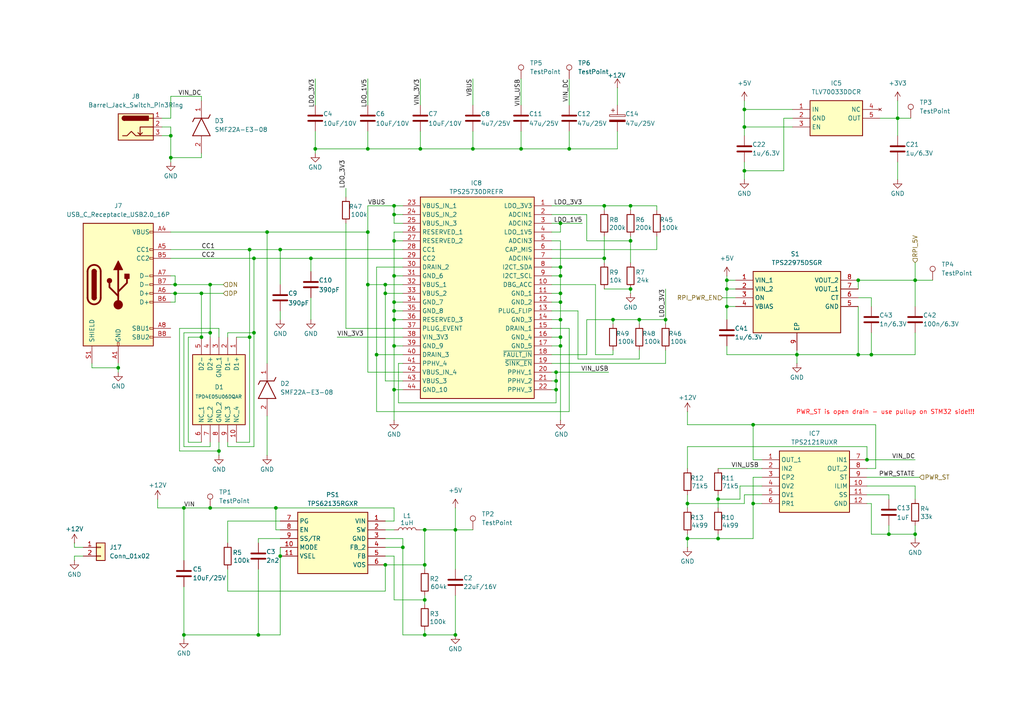
<source format=kicad_sch>
(kicad_sch (version 20250114) (generator "eeschema") (generator_version "9.0")
  (paper "A4")
  (text "PWR_ST is open drain - use pullup on STM32 side!!!" (at 256.794 119.634 0) (effects (font (size 1.27 1.27))))
  (junction (at 162.56 92.71))
  (junction (at 114.3 87.63))
  (junction (at 162.56 87.63))
  (junction (at 50.8 85.09))
  (junction (at 114.3 90.17))
  (junction (at 111.76 85.09))
  (junction (at 162.56 77.47))
  (junction (at 265.43 81.28))
  (junction (at 114.3 92.71))
  (junction (at 60.96 82.55))
  (junction (at 60.96 96.52))
  (junction (at 260.35 34.29))
  (junction (at 251.46 133.35))
  (junction (at 161.29 110.49))
  (junction (at 208.28 144.78))
  (junction (at 111.76 82.55))
  (junction (at 175.26 74.93))
  (junction (at 161.29 113.03))
  (junction (at 248.92 102.87))
  (junction (at 58.42 97.79))
  (junction (at 114.3 113.03))
  (junction (at 257.81 154.94))
  (junction (at 74.93 184.15))
  (junction (at 218.44 123.19))
  (junction (at 199.39 146.05))
  (junction (at 182.88 83.82))
  (junction (at 106.68 82.55))
  (junction (at 114.3 62.23))
  (junction (at 114.3 100.33))
  (junction (at 114.3 59.69))
  (junction (at 162.56 85.09))
  (junction (at 231.14 102.87))
  (junction (at 114.3 69.85))
  (junction (at 182.88 69.85))
  (junction (at 137.16 43.18))
  (junction (at 114.3 80.01))
  (junction (at 215.9 36.83))
  (junction (at 210.82 88.9))
  (junction (at 50.8 82.55))
  (junction (at 218.44 146.05))
  (junction (at 49.53 39.37))
  (junction (at 162.56 97.79))
  (junction (at 162.56 64.77))
  (junction (at 185.42 92.71))
  (junction (at 116.84 158.75))
  (junction (at 60.96 147.32))
  (junction (at 208.28 156.21))
  (junction (at 215.9 31.75))
  (junction (at 210.82 83.82))
  (junction (at 215.9 49.53))
  (junction (at 90.17 74.93))
  (junction (at 132.08 153.67))
  (junction (at 72.39 97.79))
  (junction (at 72.39 72.39))
  (junction (at 248.92 81.28))
  (junction (at 161.29 107.95))
  (junction (at 123.19 184.15))
  (junction (at 177.8 92.71))
  (junction (at 121.92 43.18))
  (junction (at 123.19 163.83))
  (junction (at 106.68 67.31))
  (junction (at 53.34 147.32))
  (junction (at 162.56 100.33))
  (junction (at 162.56 80.01))
  (junction (at 193.04 92.71))
  (junction (at 182.88 59.69))
  (junction (at 111.76 163.83))
  (junction (at 252.73 102.87))
  (junction (at 73.66 74.93))
  (junction (at 165.1 43.18))
  (junction (at 63.5 130.81))
  (junction (at 151.13 43.18))
  (junction (at 81.28 72.39))
  (junction (at 80.01 147.32))
  (junction (at 34.29 106.68))
  (junction (at 91.44 43.18))
  (junction (at 58.42 85.09))
  (junction (at 49.53 45.72))
  (junction (at 123.19 173.99))
  (junction (at 210.82 81.28))
  (junction (at 199.39 156.21))
  (junction (at 265.43 154.94))
  (junction (at 106.68 43.18))
  (junction (at 77.47 67.31))
  (junction (at 81.28 161.29))
  (junction (at 175.26 59.69))
  (junction (at 53.34 184.15))
  (junction (at 109.22 102.87))
  (junction (at 73.66 96.52))
  (junction (at 123.19 153.67))
  (junction (at 132.08 184.15))
  (wire (pts (xy 116.84 80.01) (xy 114.3 80.01)))
  (wire (pts (xy 116.84 105.41) (xy 115.57 105.41)))
  (wire (pts (xy 254 123.19) (xy 254 135.89)))
  (wire (pts (xy 66.04 151.13) (xy 66.04 157.48)))
  (wire (pts (xy 170.18 69.85) (xy 182.88 69.85)))
  (wire (pts (xy 215.9 29.21) (xy 215.9 31.75)))
  (wire (pts (xy 199.39 156.21) (xy 199.39 154.94)))
  (wire (pts (xy 73.66 96.52) (xy 66.04 96.52)))
  (wire (pts (xy 80.01 147.32) (xy 114.3 147.32)))
  (wire (pts (xy 210.82 100.33) (xy 210.82 102.87)))
  (wire (pts (xy 175.26 83.82) (xy 182.88 83.82)))
  (wire (pts (xy 265.43 152.4) (xy 265.43 154.94)))
  (wire (pts (xy 77.47 67.31) (xy 77.47 105.41)))
  (wire (pts (xy 182.88 69.85) (xy 182.88 76.2)))
  (wire (pts (xy 46.99 36.83) (xy 49.53 36.83)))
  (wire (pts (xy 91.44 38.1) (xy 91.44 43.18)))
  (wire (pts (xy 170.18 62.23) (xy 160.02 62.23)))
  (wire (pts (xy 50.8 82.55) (xy 60.96 82.55)))
  (wire (pts (xy 179.07 38.1) (xy 179.07 43.18)))
  (wire (pts (xy 231.14 102.87) (xy 231.14 105.41)))
  (wire (pts (xy 21.59 162.56) (xy 21.59 161.29)))
  (wire (pts (xy 116.84 158.75) (xy 116.84 184.15)))
  (wire (pts (xy 26.67 105.41) (xy 26.67 106.68)))
  (wire (pts (xy 162.56 77.47) (xy 162.56 80.01)))
  (wire (pts (xy 121.92 22.86) (xy 121.92 30.48)))
  (wire (pts (xy 49.53 45.72) (xy 58.42 45.72)))
  (wire (pts (xy 175.26 59.69) (xy 182.88 59.69)))
  (wire (pts (xy 210.82 102.87) (xy 231.14 102.87)))
  (wire (pts (xy 177.8 102.87) (xy 172.72 102.87)))
  (wire (pts (xy 260.35 34.29) (xy 264.16 34.29)))
  (wire (pts (xy 190.5 60.96) (xy 190.5 59.69)))
  (wire (pts (xy 49.53 74.93) (xy 73.66 74.93)))
  (wire (pts (xy 72.39 128.27) (xy 72.39 97.79)))
  (wire (pts (xy 260.35 34.29) (xy 260.35 39.37)))
  (wire (pts (xy 179.07 25.4) (xy 179.07 30.48)))
  (wire (pts (xy 106.68 107.95) (xy 116.84 107.95)))
  (wire (pts (xy 162.56 97.79) (xy 162.56 100.33)))
  (wire (pts (xy 132.08 153.67) (xy 137.16 153.67)))
  (wire (pts (xy 114.3 87.63) (xy 114.3 90.17)))
  (wire (pts (xy 111.76 171.45) (xy 66.04 171.45)))
  (wire (pts (xy 265.43 140.97) (xy 265.43 144.78)))
  (wire (pts (xy 111.76 110.49) (xy 116.84 110.49)))
  (wire (pts (xy 177.8 101.6) (xy 177.8 102.87)))
  (wire (pts (xy 116.84 67.31) (xy 114.3 67.31)))
  (wire (pts (xy 123.19 184.15) (xy 123.19 182.88)))
  (wire (pts (xy 106.68 59.69) (xy 106.68 67.31)))
  (wire (pts (xy 215.9 31.75) (xy 229.87 31.75)))
  (wire (pts (xy 45.72 147.32) (xy 53.34 147.32)))
  (wire (pts (xy 215.9 49.53) (xy 227.33 49.53)))
  (wire (pts (xy 175.26 74.93) (xy 175.26 76.2)))
  (wire (pts (xy 162.56 69.85) (xy 160.02 69.85)))
  (wire (pts (xy 49.53 72.39) (xy 72.39 72.39)))
  (wire (pts (xy 116.84 113.03) (xy 114.3 113.03)))
  (wire (pts (xy 111.76 158.75) (xy 116.84 158.75)))
  (wire (pts (xy 21.59 157.48) (xy 21.59 158.75)))
  (wire (pts (xy 109.22 119.38) (xy 165.1 119.38)))
  (wire (pts (xy 167.64 90.17) (xy 167.64 104.14)))
  (wire (pts (xy 114.3 113.03) (xy 114.3 121.92)))
  (wire (pts (xy 214.63 144.78) (xy 214.63 140.97)))
  (wire (pts (xy 248.92 102.87) (xy 248.92 88.9)))
  (wire (pts (xy 160.02 113.03) (xy 161.29 113.03)))
  (wire (pts (xy 162.56 97.79) (xy 160.02 97.79)))
  (wire (pts (xy 81.28 151.13) (xy 66.04 151.13)))
  (wire (pts (xy 45.72 144.78) (xy 45.72 147.32)))
  (wire (pts (xy 208.28 144.78) (xy 208.28 147.32)))
  (wire (pts (xy 208.28 135.89) (xy 220.98 135.89)))
  (wire (pts (xy 218.44 133.35) (xy 218.44 123.19)))
  (wire (pts (xy 137.16 43.18) (xy 151.13 43.18)))
  (wire (pts (xy 162.56 64.77) (xy 162.56 67.31)))
  (wire (pts (xy 115.57 116.84) (xy 161.29 116.84)))
  (wire (pts (xy 248.92 83.82) (xy 248.92 81.28)))
  (wire (pts (xy 162.56 80.01) (xy 160.02 80.01)))
  (wire (pts (xy 73.66 74.93) (xy 90.17 74.93)))
  (wire (pts (xy 257.81 152.4) (xy 257.81 154.94)))
  (wire (pts (xy 132.08 172.72) (xy 132.08 184.15)))
  (wire (pts (xy 190.5 72.39) (xy 190.5 68.58)))
  (wire (pts (xy 170.18 69.85) (xy 170.18 62.23)))
  (wire (pts (xy 162.56 80.01) (xy 162.56 85.09)))
  (wire (pts (xy 179.07 43.18) (xy 165.1 43.18)))
  (wire (pts (xy 199.39 146.05) (xy 215.9 146.05)))
  (wire (pts (xy 114.3 173.99) (xy 114.3 161.29)))
  (wire (pts (xy 106.68 43.18) (xy 106.68 38.1)))
  (wire (pts (xy 165.1 22.86) (xy 165.1 30.48)))
  (wire (pts (xy 114.3 147.32) (xy 114.3 151.13)))
  (wire (pts (xy 81.28 153.67) (xy 80.01 153.67)))
  (wire (pts (xy 251.46 146.05) (xy 252.73 146.05)))
  (wire (pts (xy 132.08 153.67) (xy 132.08 165.1)))
  (wire (pts (xy 49.53 85.09) (xy 50.8 85.09)))
  (wire (pts (xy 63.5 128.27) (xy 63.5 130.81)))
  (wire (pts (xy 265.43 102.87) (xy 265.43 96.52)))
  (wire (pts (xy 251.46 140.97) (xy 265.43 140.97)))
  (wire (pts (xy 52.07 130.81) (xy 63.5 130.81)))
  (wire (pts (xy 109.22 77.47) (xy 116.84 77.47)))
  (wire (pts (xy 121.92 153.67) (xy 123.19 153.67)))
  (wire (pts (xy 106.68 82.55) (xy 111.76 82.55)))
  (wire (pts (xy 114.3 92.71) (xy 114.3 100.33)))
  (wire (pts (xy 81.28 90.17) (xy 81.28 92.71)))
  (wire (pts (xy 151.13 43.18) (xy 165.1 43.18)))
  (wire (pts (xy 111.76 85.09) (xy 111.76 110.49)))
  (wire (pts (xy 66.04 129.54) (xy 66.04 128.27)))
  (wire (pts (xy 260.35 46.99) (xy 260.35 52.07)))
  (wire (pts (xy 160.02 107.95) (xy 161.29 107.95)))
  (wire (pts (xy 123.19 184.15) (xy 132.08 184.15)))
  (wire (pts (xy 210.82 83.82) (xy 213.36 83.82)))
  (wire (pts (xy 49.53 36.83) (xy 49.53 39.37)))
  (wire (pts (xy 100.33 95.25) (xy 116.84 95.25)))
  (wire (pts (xy 80.01 153.67) (xy 80.01 147.32)))
  (wire (pts (xy 175.26 59.69) (xy 175.26 60.96)))
  (wire (pts (xy 165.1 95.25) (xy 160.02 95.25)))
  (wire (pts (xy 260.35 34.29) (xy 260.35 29.21)))
  (wire (pts (xy 21.59 161.29) (xy 24.13 161.29)))
  (wire (pts (xy 215.9 46.99) (xy 215.9 49.53)))
  (wire (pts (xy 257.81 154.94) (xy 265.43 154.94)))
  (wire (pts (xy 60.96 82.55) (xy 60.96 96.52)))
  (wire (pts (xy 252.73 154.94) (xy 257.81 154.94)))
  (wire (pts (xy 123.19 153.67) (xy 132.08 153.67)))
  (wire (pts (xy 50.8 85.09) (xy 58.42 85.09)))
  (wire (pts (xy 77.47 120.65) (xy 77.47 132.08)))
  (wire (pts (xy 114.3 62.23) (xy 116.84 62.23)))
  (wire (pts (xy 182.88 59.69) (xy 182.88 60.96)))
  (wire (pts (xy 46.99 34.29) (xy 49.53 34.29)))
  (wire (pts (xy 116.84 100.33) (xy 114.3 100.33)))
  (wire (pts (xy 106.68 43.18) (xy 121.92 43.18)))
  (wire (pts (xy 49.53 34.29) (xy 49.53 27.94)))
  (wire (pts (xy 74.93 157.48) (xy 74.93 156.21)))
  (wire (pts (xy 91.44 22.86) (xy 91.44 30.48)))
  (wire (pts (xy 209.55 86.36) (xy 213.36 86.36)))
  (wire (pts (xy 111.76 156.21) (xy 116.84 156.21)))
  (wire (pts (xy 172.72 102.87) (xy 172.72 82.55)))
  (wire (pts (xy 49.53 39.37) (xy 49.53 45.72)))
  (wire (pts (xy 162.56 100.33) (xy 160.02 100.33)))
  (wire (pts (xy 199.39 129.54) (xy 199.39 135.89)))
  (wire (pts (xy 46.99 39.37) (xy 49.53 39.37)))
  (wire (pts (xy 170.18 102.87) (xy 170.18 92.71)))
  (wire (pts (xy 114.3 59.69) (xy 114.3 62.23)))
  (wire (pts (xy 106.68 82.55) (xy 106.68 107.95)))
  (wire (pts (xy 175.26 68.58) (xy 175.26 74.93)))
  (wire (pts (xy 58.42 44.45) (xy 58.42 45.72)))
  (wire (pts (xy 210.82 88.9) (xy 210.82 83.82)))
  (wire (pts (xy 111.76 163.83) (xy 111.76 171.45)))
  (wire (pts (xy 215.9 39.37) (xy 215.9 36.83)))
  (wire (pts (xy 73.66 96.52) (xy 73.66 129.54)))
  (wire (pts (xy 168.91 64.77) (xy 162.56 64.77)))
  (wire (pts (xy 81.28 158.75) (xy 81.28 161.29)))
  (wire (pts (xy 165.1 95.25) (xy 165.1 119.38)))
  (wire (pts (xy 160.02 90.17) (xy 167.64 90.17)))
  (wire (pts (xy 114.3 62.23) (xy 114.3 64.77)))
  (wire (pts (xy 111.76 85.09) (xy 116.84 85.09)))
  (wire (pts (xy 90.17 86.36) (xy 90.17 92.71)))
  (wire (pts (xy 151.13 43.18) (xy 151.13 38.1)))
  (wire (pts (xy 60.96 82.55) (xy 64.77 82.55)))
  (wire (pts (xy 199.39 119.38) (xy 199.39 123.19)))
  (wire (pts (xy 58.42 97.79) (xy 54.61 97.79)))
  (wire (pts (xy 160.02 59.69) (xy 175.26 59.69)))
  (wire (pts (xy 162.56 85.09) (xy 162.56 87.63)))
  (wire (pts (xy 208.28 156.21) (xy 208.28 154.94)))
  (wire (pts (xy 193.04 83.82) (xy 193.04 92.71)))
  (wire (pts (xy 68.58 128.27) (xy 72.39 128.27)))
  (wire (pts (xy 199.39 156.21) (xy 208.28 156.21)))
  (wire (pts (xy 199.39 123.19) (xy 218.44 123.19)))
  (wire (pts (xy 26.67 106.68) (xy 34.29 106.68)))
  (wire (pts (xy 63.5 95.25) (xy 52.07 95.25)))
  (wire (pts (xy 137.16 38.1) (xy 137.16 43.18)))
  (wire (pts (xy 151.13 22.86) (xy 151.13 30.48)))
  (wire (pts (xy 50.8 80.01) (xy 50.8 82.55)))
  (wire (pts (xy 182.88 85.09) (xy 182.88 83.82)))
  (wire (pts (xy 251.46 133.35) (xy 265.43 133.35)))
  (wire (pts (xy 265.43 81.28) (xy 270.51 81.28)))
  (wire (pts (xy 177.8 93.98) (xy 177.8 92.71)))
  (wire (pts (xy 227.33 34.29) (xy 229.87 34.29)))
  (wire (pts (xy 115.57 105.41) (xy 115.57 116.84)))
  (wire (pts (xy 231.14 102.87) (xy 248.92 102.87)))
  (wire (pts (xy 210.82 80.01) (xy 210.82 81.28)))
  (wire (pts (xy 77.47 67.31) (xy 106.68 67.31)))
  (wire (pts (xy 210.82 81.28) (xy 213.36 81.28)))
  (wire (pts (xy 66.04 96.52) (xy 66.04 97.79)))
  (wire (pts (xy 58.42 85.09) (xy 64.77 85.09)))
  (wire (pts (xy 137.16 22.86) (xy 137.16 30.48)))
  (wire (pts (xy 210.82 88.9) (xy 210.82 92.71)))
  (wire (pts (xy 218.44 156.21) (xy 218.44 146.05)))
  (wire (pts (xy 162.56 92.71) (xy 160.02 92.71)))
  (wire (pts (xy 60.96 96.52) (xy 60.96 97.79)))
  (wire (pts (xy 97.79 97.79) (xy 116.84 97.79)))
  (wire (pts (xy 162.56 77.47) (xy 160.02 77.47)))
  (wire (pts (xy 160.02 110.49) (xy 161.29 110.49)))
  (wire (pts (xy 58.42 85.09) (xy 58.42 97.79)))
  (wire (pts (xy 248.92 86.36) (xy 252.73 86.36)))
  (wire (pts (xy 116.84 156.21) (xy 116.84 158.75)))
  (wire (pts (xy 60.96 129.54) (xy 53.34 129.54)))
  (wire (pts (xy 220.98 143.51) (xy 215.9 143.51)))
  (wire (pts (xy 123.19 173.99) (xy 123.19 175.26)))
  (wire (pts (xy 100.33 64.77) (xy 100.33 95.25)))
  (wire (pts (xy 111.76 82.55) (xy 111.76 85.09)))
  (wire (pts (xy 52.07 95.25) (xy 52.07 130.81)))
  (wire (pts (xy 49.53 80.01) (xy 50.8 80.01)))
  (wire (pts (xy 121.92 43.18) (xy 121.92 38.1)))
  (wire (pts (xy 251.46 133.35) (xy 251.46 129.54)))
  (wire (pts (xy 72.39 72.39) (xy 72.39 97.79)))
  (wire (pts (xy 53.34 162.56) (xy 53.34 147.32)))
  (wire (pts (xy 190.5 59.69) (xy 182.88 59.69)))
  (wire (pts (xy 172.72 82.55) (xy 160.02 82.55)))
  (wire (pts (xy 162.56 67.31) (xy 160.02 67.31)))
  (wire (pts (xy 106.68 67.31) (xy 106.68 82.55)))
  (wire (pts (xy 215.9 36.83) (xy 229.87 36.83)))
  (wire (pts (xy 111.76 82.55) (xy 116.84 82.55)))
  (wire (pts (xy 252.73 146.05) (xy 252.73 154.94)))
  (wire (pts (xy 215.9 36.83) (xy 215.9 31.75)))
  (wire (pts (xy 161.29 116.84) (xy 161.29 113.03)))
  (wire (pts (xy 248.92 81.28) (xy 265.43 81.28)))
  (wire (pts (xy 49.53 45.72) (xy 49.53 46.99)))
  (wire (pts (xy 231.14 102.87) (xy 231.14 101.6)))
  (wire (pts (xy 160.02 102.87) (xy 170.18 102.87)))
  (wire (pts (xy 251.46 143.51) (xy 257.81 143.51)))
  (wire (pts (xy 170.18 92.71) (xy 177.8 92.71)))
  (wire (pts (xy 114.3 90.17) (xy 114.3 92.71)))
  (wire (pts (xy 252.73 102.87) (xy 265.43 102.87)))
  (wire (pts (xy 100.33 54.61) (xy 100.33 57.15)))
  (wire (pts (xy 73.66 74.93) (xy 73.66 96.52)))
  (wire (pts (xy 123.19 153.67) (xy 123.19 163.83)))
  (wire (pts (xy 49.53 27.94) (xy 58.42 27.94)))
  (wire (pts (xy 90.17 74.93) (xy 116.84 74.93)))
  (wire (pts (xy 123.19 172.72) (xy 123.19 173.99)))
  (wire (pts (xy 116.84 59.69) (xy 114.3 59.69)))
  (wire (pts (xy 116.84 102.87) (xy 109.22 102.87)))
  (wire (pts (xy 109.22 102.87) (xy 109.22 119.38)))
  (wire (pts (xy 114.3 161.29) (xy 111.76 161.29)))
  (wire (pts (xy 220.98 133.35) (xy 218.44 133.35)))
  (wire (pts (xy 116.84 69.85) (xy 114.3 69.85)))
  (wire (pts (xy 91.44 43.18) (xy 91.44 44.45)))
  (wire (pts (xy 53.34 185.42) (xy 53.34 184.15)))
  (wire (pts (xy 50.8 87.63) (xy 49.53 87.63)))
  (wire (pts (xy 227.33 49.53) (xy 227.33 34.29)))
  (wire (pts (xy 185.42 92.71) (xy 193.04 92.71)))
  (wire (pts (xy 220.98 138.43) (xy 218.44 138.43)))
  (wire (pts (xy 248.92 102.87) (xy 252.73 102.87)))
  (wire (pts (xy 160.02 72.39) (xy 190.5 72.39)))
  (wire (pts (xy 34.29 106.68) (xy 34.29 107.95)))
  (wire (pts (xy 210.82 88.9) (xy 213.36 88.9)))
  (wire (pts (xy 265.43 81.28) (xy 265.43 76.2)))
  (wire (pts (xy 34.29 105.41) (xy 34.29 106.68)))
  (wire (pts (xy 162.56 69.85) (xy 162.56 77.47)))
  (wire (pts (xy 63.5 97.79) (xy 63.5 95.25)))
  (wire (pts (xy 199.39 146.05) (xy 199.39 147.32)))
  (wire (pts (xy 114.3 80.01) (xy 114.3 87.63)))
  (wire (pts (xy 257.81 143.51) (xy 257.81 144.78)))
  (wire (pts (xy 60.96 147.32) (xy 80.01 147.32)))
  (wire (pts (xy 255.27 34.29) (xy 260.35 34.29)))
  (wire (pts (xy 252.73 86.36) (xy 252.73 88.9)))
  (wire (pts (xy 251.46 129.54) (xy 199.39 129.54)))
  (wire (pts (xy 114.3 59.69) (xy 106.68 59.69)))
  (wire (pts (xy 162.56 92.71) (xy 162.56 97.79)))
  (wire (pts (xy 66.04 171.45) (xy 66.04 165.1)))
  (wire (pts (xy 208.28 143.51) (xy 208.28 144.78)))
  (wire (pts (xy 137.16 43.18) (xy 121.92 43.18)))
  (wire (pts (xy 116.84 92.71) (xy 114.3 92.71)))
  (wire (pts (xy 265.43 81.28) (xy 265.43 88.9)))
  (wire (pts (xy 53.34 129.54) (xy 53.34 96.52)))
  (wire (pts (xy 193.04 105.41) (xy 193.04 101.6)))
  (wire (pts (xy 208.28 156.21) (xy 218.44 156.21)))
  (wire (pts (xy 161.29 107.95) (xy 161.29 110.49)))
  (wire (pts (xy 161.29 110.49) (xy 161.29 113.03)))
  (wire (pts (xy 162.56 100.33) (xy 162.56 121.92)))
  (wire (pts (xy 106.68 22.86) (xy 106.68 30.48)))
  (wire (pts (xy 114.3 173.99) (xy 123.19 173.99)))
  (wire (pts (xy 114.3 67.31) (xy 114.3 69.85)))
  (wire (pts (xy 210.82 83.82) (xy 210.82 81.28)))
  (wire (pts (xy 60.96 128.27) (xy 60.96 129.54)))
  (wire (pts (xy 54.61 128.27) (xy 58.42 128.27)))
  (wire (pts (xy 199.39 143.51) (xy 199.39 146.05)))
  (wire (pts (xy 165.1 43.18) (xy 165.1 38.1)))
  (wire (pts (xy 218.44 123.19) (xy 254 123.19)))
  (wire (pts (xy 254 135.89) (xy 251.46 135.89)))
  (wire (pts (xy 90.17 74.93) (xy 90.17 78.74)))
  (wire (pts (xy 177.8 92.71) (xy 185.42 92.71)))
  (wire (pts (xy 265.43 154.94) (xy 265.43 156.21)))
  (wire (pts (xy 114.3 151.13) (xy 111.76 151.13)))
  (wire (pts (xy 218.44 146.05) (xy 220.98 146.05)))
  (wire (pts (xy 160.02 105.41) (xy 193.04 105.41)))
  (wire (pts (xy 114.3 69.85) (xy 114.3 80.01)))
  (wire (pts (xy 182.88 68.58) (xy 182.88 69.85)))
  (wire (pts (xy 63.5 130.81) (xy 63.5 132.08)))
  (wire (pts (xy 116.84 87.63) (xy 114.3 87.63)))
  (wire (pts (xy 74.93 156.21) (xy 81.28 156.21)))
  (wire (pts (xy 109.22 102.87) (xy 109.22 77.47)))
  (wire (pts (xy 72.39 72.39) (xy 81.28 72.39)))
  (wire (pts (xy 53.34 147.32) (xy 60.96 147.32)))
  (wire (pts (xy 214.63 140.97) (xy 220.98 140.97)))
  (wire (pts (xy 116.84 90.17) (xy 114.3 90.17)))
  (wire (pts (xy 123.19 163.83) (xy 123.19 165.1)))
  (wire (pts (xy 162.56 87.63) (xy 162.56 92.71)))
  (wire (pts (xy 53.34 170.18) (xy 53.34 184.15)))
  (wire (pts (xy 252.73 96.52) (xy 252.73 102.87)))
  (wire (pts (xy 185.42 104.14) (xy 185.42 101.6)))
  (wire (pts (xy 199.39 156.21) (xy 199.39 158.75)))
  (wire (pts (xy 215.9 49.53) (xy 215.9 52.07)))
  (wire (pts (xy 54.61 97.79) (xy 54.61 128.27)))
  (wire (pts (xy 81.28 72.39) (xy 116.84 72.39)))
  (wire (pts (xy 72.39 97.79) (xy 68.58 97.79)))
  (wire (pts (xy 193.04 92.71) (xy 193.04 93.98)))
  (wire (pts (xy 53.34 96.52) (xy 60.96 96.52)))
  (wire (pts (xy 114.3 100.33) (xy 114.3 113.03)))
  (wire (pts (xy 81.28 72.39) (xy 81.28 82.55)))
  (wire (pts (xy 73.66 129.54) (xy 66.04 129.54)))
  (wire (pts (xy 116.84 184.15) (xy 123.19 184.15)))
  (wire (pts (xy 50.8 82.55) (xy 49.53 82.55)))
  (wire (pts (xy 114.3 153.67) (xy 111.76 153.67)))
  (wire (pts (xy 49.53 67.31) (xy 77.47 67.31)))
  (wire (pts (xy 162.56 87.63) (xy 160.02 87.63)))
  (wire (pts (xy 208.28 144.78) (xy 214.63 144.78)))
  (wire (pts (xy 50.8 85.09) (xy 50.8 87.63)))
  (wire (pts (xy 116.84 64.77) (xy 114.3 64.77)))
  (wire (pts (xy 160.02 85.09) (xy 162.56 85.09)))
  (wire (pts (xy 74.93 165.1) (xy 74.93 184.15)))
  (wire (pts (xy 251.46 138.43) (xy 266.7 138.43)))
  (wire (pts (xy 58.42 29.21) (xy 58.42 27.94)))
  (wire (pts (xy 161.29 107.95) (xy 176.53 107.95)))
  (wire (pts (xy 167.64 104.14) (xy 185.42 104.14)))
  (wire (pts (xy 185.42 93.98) (xy 185.42 92.71)))
  (wire (pts (xy 21.59 158.75) (xy 24.13 158.75)))
  (wire (pts (xy 160.02 74.93) (xy 175.26 74.93)))
  (wire (pts (xy 74.93 184.15) (xy 81.28 184.15)))
  (wire (pts (xy 123.19 163.83) (xy 111.76 163.83)))
  (wire (pts (xy 132.08 147.32) (xy 132.08 153.67)))
  (wire (pts (xy 53.34 184.15) (xy 74.93 184.15)))
  (wire (pts (xy 218.44 138.43) (xy 218.44 146.05)))
  (wire (pts (xy 162.56 64.77) (xy 160.02 64.77)))
  (wire (pts (xy 81.28 161.29) (xy 81.28 184.15)))
  (wire (pts (xy 215.9 143.51) (xy 215.9 146.05)))
  (wire (pts (xy 91.44 43.18) (xy 106.68 43.18)))
  (label "LDO_3V3" (at 91.44 22.86 270))
  (label "CC1" (at 58.42 72.39 0))
  (label "VIN" (at 53.34 147.32 0))
  (label "VBUS" (at 106.68 59.69 0))
  (label "VIN_DC" (at 58.42 27.94 180))
  (label "LDO_3V3" (at 168.91 59.69 180))
  (label "VIN_USB" (at 151.13 22.86 270))
  (label "VIN_DC" (at 165.1 22.86 270))
  (label "LDO_3V3" (at 100.33 54.61 90))
  (label "LDO_1V5" (at 168.91 64.77 180))
  (label "PWR_STATE" (at 265.43 138.43 180))
  (label "VIN_3V3" (at 97.79 97.79 0))
  (label "VIN_USB" (at 176.53 107.95 180))
  (label "VIN_DC" (at 265.43 133.35 180))
  (label "LDO_3V3" (at 193.04 83.82 270))
  (label "CC2" (at 58.42 74.93 0))
  (label "VIN_USB" (at 212.09 135.89 0))
  (label "VBUS" (at 137.16 22.86 270))
  (label "LDO_1V5" (at 106.68 22.86 270))
  (label "VIN_3V3" (at 121.92 22.86 270))
  (hierarchical_label "RPI_PWR_EN" (shape input) (at 209.55 86.36 180))
  (hierarchical_label "DP" (shape input) (at 64.77 85.09 0))
  (hierarchical_label "PWR_ST" (shape input) (at 266.7 138.43 0))
  (hierarchical_label "RPI_5V" (shape input) (at 265.43 76.2 90))
  (hierarchical_label "DN" (shape input) (at 64.77 82.55 0))
  (symbol (lib_id "Device:R") (at 199.39 151.13 180) (unit 1)
    (property "Reference" "R13" (at 202.184 150.114 0))
    (property "Value" "4k99" (at 202.946 152.4 0))
    (property "Footprint" "Resistor_SMD:R_0402_1005Metric" (effects (hide yes)))
    (property "Description" "Resistor" (effects (hide yes)))
  )
  (symbol (lib_id "power:+5V") (at 215.9 29.21 0) (mirror y) (unit 1)
    (property "Reference" "#PWR028" (effects (hide yes)))
    (property "Value" "+5V" (at 215.9 24.13 0))
    (property "Description" "Power symbol creates a global label with name \"+5V\"" (effects (hide yes)))
  )
  (symbol (lib_id "power:+5V") (at 210.82 80.01 0) (mirror y) (unit 1)
    (property "Reference" "#PWR054" (effects (hide yes)))
    (property "Value" "+5V" (at 210.82 74.93 0))
    (property "Description" "Power symbol creates a global label with name \"+5V\"" (effects (hide yes)))
  )
  (symbol (lib_id "Device:L") (at 118.11 153.67 90) (unit 1)
    (property "Reference" "L1" (at 116.84 149.606 90) (effects (justify right)))
    (property "Value" "1uH" (at 116.078 151.638 90) (effects (justify right)))
    (property "Footprint" "Inductor_SMD:L_Coilcraft_XAL4020-XXX" (effects (hide yes)))
    (property "Description" "Inductor" (effects (hide yes)))
  )
  (symbol (lib_id "power:GND") (at 265.43 156.21 0) (unit 1)
    (property "Reference" "#PWR07" (effects (hide yes)))
    (property "Value" "GND" (at 265.43 160.274 0))
    (property "Description" "Power symbol creates a global label with name \"GND\" , ground" (effects (hide yes)))
  )
  (symbol (lib_id "SamacSys_Parts:SMF22A-E3-08") (at 58.42 29.21 270) (unit 1)
    (property "Reference" "D3" (at 62.23 35.0519 90) (effects (justify left)))
    (property "Value" "SMF22A-E3-08" (at 62.23 37.5919 90) (effects (justify left)))
    (property "Footprint" "SODFL3718X108N" (effects (hide yes)))
    (property "Datasheet" "http://www.vishay.com/docs/85881/smf5v0atosmf58a.pdf" (effects (hide yes)))
    (property "Description" "ESD Suppressor TVS 22V 2-Pin SMF T/R" (effects (hide yes)))
    (property "Height" "1.08" (effects (hide yes)))
    (property "Mouser Part Number" "78-SMF22A-E3-08" (effects (hide yes)))
    (property "Mouser Price/Stock" "https://www.mouser.co.uk/ProductDetail/Vishay-Semiconductors/SMF22A-E3-08?qs=EyVtPm1F4ik2L4eggsFOfg%3D%3D" (effects (hide yes)))
    (property "Manufacturer_Name" "Vishay" (effects (hide yes)))
    (property "Manufacturer_Part_Number" "SMF22A-E3-08" (effects (hide yes)))
  )
  (symbol (lib_id "Device:C") (at 165.1 34.29 0) (unit 1)
    (property "Reference" "C12" (at 167.386 33.02 0) (effects (justify left)))
    (property "Value" "47u/25V" (at 167.386 35.814 0) (effects (justify left)))
    (property "Footprint" "Capacitor_SMD:C_1206_3216Metric" (effects (hide yes)))
    (property "Description" "Unpolarized capacitor" (effects (hide yes)))
  )
  (symbol (lib_id "power:GND") (at 77.47 132.08 0) (unit 1)
    (property "Reference" "#PWR019" (effects (hide yes)))
    (property "Value" "GND" (at 77.47 136.144 0))
    (property "Description" "Power symbol creates a global label with name \"GND\" , ground" (effects (hide yes)))
  )
  (symbol (lib_id "SamacSys_Parts:SMF22A-E3-08") (at 77.47 105.41 270) (unit 1)
    (property "Reference" "D2" (at 81.28 111.2519 90) (effects (justify left)))
    (property "Value" "SMF22A-E3-08" (at 81.28 113.7919 90) (effects (justify left)))
    (property "Footprint" "SODFL3718X108N" (effects (hide yes)))
    (property "Datasheet" "http://www.vishay.com/docs/85881/smf5v0atosmf58a.pdf" (effects (hide yes)))
    (property "Description" "ESD Suppressor TVS 22V 2-Pin SMF T/R" (effects (hide yes)))
    (property "Height" "1.08" (effects (hide yes)))
    (property "Mouser Part Number" "78-SMF22A-E3-08" (effects (hide yes)))
    (property "Mouser Price/Stock" "https://www.mouser.co.uk/ProductDetail/Vishay-Semiconductors/SMF22A-E3-08?qs=EyVtPm1F4ik2L4eggsFOfg%3D%3D" (effects (hide yes)))
    (property "Manufacturer_Name" "Vishay" (effects (hide yes)))
    (property "Manufacturer_Part_Number" "SMF22A-E3-08" (effects (hide yes)))
  )
  (symbol (lib_id "power:GND") (at 199.39 158.75 0) (unit 1)
    (property "Reference" "#PWR021" (effects (hide yes)))
    (property "Value" "GND" (at 199.39 162.814 0))
    (property "Description" "Power symbol creates a global label with name \"GND\" , ground" (effects (hide yes)))
  )
  (symbol (lib_id "Connector:TestPoint") (at 270.51 81.28 0) (unit 1)
    (property "Reference" "TP4" (at 273.05 76.7079 0) (effects (justify left)))
    (property "Value" "TestPoint" (at 273.05 79.2479 0) (effects (justify left)))
    (property "Footprint" "TestPoint:TestPoint_Pad_D1.5mm" (effects (hide yes)))
    (property "Description" "test point" (effects (hide yes)))
  )
  (symbol (lib_id "Device:C") (at 90.17 82.55 0) (unit 1)
    (property "Reference" "C10" (at 92.456 81.28 0) (effects (justify left)))
    (property "Value" "390pF" (at 92.456 84.074 0) (effects (justify left)))
    (property "Footprint" "Capacitor_SMD:C_0402_1005Metric" (effects (hide yes)))
    (property "Description" "Unpolarized capacitor" (effects (hide yes)))
  )
  (symbol (lib_id "power:GND") (at 91.44 44.45 0) (unit 1)
    (property "Reference" "#PWR015" (effects (hide yes)))
    (property "Value" "GND" (at 91.44 48.514 0))
    (property "Description" "Power symbol creates a global label with name \"GND\" , ground" (effects (hide yes)))
  )
  (symbol (lib_id "Device:C") (at 121.92 34.29 0) (unit 1)
    (property "Reference" "C7" (at 124.206 33.02 0) (effects (justify left)))
    (property "Value" "10uF/10V" (at 124.206 35.814 0) (effects (justify left)))
    (property "Footprint" "Capacitor_SMD:C_0402_1005Metric" (effects (hide yes)))
    (property "Description" "Unpolarized capacitor" (effects (hide yes)))
  )
  (symbol (lib_id "Device:C_Polarized") (at 179.07 34.29 0) (unit 1)
    (property "Reference" "C14" (at 181.356 33.02 0) (effects (justify left)))
    (property "Value" "47u/25V" (at 181.356 35.814 0) (effects (justify left)))
    (property "Footprint" "Capacitor_Tantalum_SMD:CP_EIA-7343-15_Kemet-W" (effects (hide yes)))
    (property "Description" "Polarized capacitor" (effects (hide yes)))
  )
  (symbol (lib_id "Device:R") (at 182.88 80.01 180) (unit 1)
    (property "Reference" "R7" (at 185.674 78.994 0))
    (property "Value" "24k" (at 186.436 81.28 0))
    (property "Footprint" "Resistor_SMD:R_0402_1005Metric" (effects (hide yes)))
    (property "Description" "Resistor" (effects (hide yes)))
  )
  (symbol (lib_id "Connector:TestPoint") (at 60.96 147.32 0) (unit 1)
    (property "Reference" "TP1" (at 63.5 142.7479 0) (effects (justify left)))
    (property "Value" "TestPoint" (at 63.5 145.2879 0) (effects (justify left)))
    (property "Footprint" "TestPoint:TestPoint_Pad_D1.5mm" (effects (hide yes)))
    (property "Description" "test point" (effects (hide yes)))
  )
  (symbol (lib_id "Device:C") (at 132.08 168.91 0) (unit 1)
    (property "Reference" "C2" (at 134.366 167.64 0) (effects (justify left)))
    (property "Value" "22uF/16V" (at 134.366 170.18 0) (effects (justify left)))
    (property "Footprint" "Capacitor_SMD:C_0805_2012Metric" (effects (hide yes)))
    (property "Description" "Unpolarized capacitor" (effects (hide yes)))
  )
  (symbol (lib_id "Device:C") (at 265.43 92.71 0) (unit 1)
    (property "Reference" "C42" (at 267.716 91.44 0) (effects (justify left)))
    (property "Value" "100n/6.3V" (at 267.716 93.98 0) (effects (justify left)))
    (property "Footprint" "Capacitor_SMD:C_0402_1005Metric" (effects (hide yes)))
    (property "Description" "Unpolarized capacitor" (effects (hide yes)))
  )
  (symbol (lib_id "Device:R") (at 185.42 97.79 180) (unit 1)
    (property "Reference" "R48" (at 188.214 96.774 0))
    (property "Value" "100k" (at 189.23 99.06 0))
    (property "Footprint" "Resistor_SMD:R_0402_1005Metric" (effects (hide yes)))
    (property "Description" "Resistor" (effects (hide yes)))
  )
  (symbol (lib_id "power:GND") (at 21.59 162.56 0) (mirror y) (unit 1)
    (property "Reference" "#PWR083" (effects (hide yes)))
    (property "Value" "GND" (at 21.59 166.624 0))
    (property "Description" "Power symbol creates a global label with name \"GND\" , ground" (effects (hide yes)))
  )
  (symbol (lib_id "power:GND") (at 49.53 46.99 0) (mirror y) (unit 1)
    (property "Reference" "#PWR013" (effects (hide yes)))
    (property "Value" "GND" (at 49.53 51.054 0))
    (property "Description" "Power symbol creates a global label with name \"GND\" , ground" (effects (hide yes)))
  )
  (symbol (lib_id "power:GND") (at 53.34 185.42 0) (mirror y) (unit 1)
    (property "Reference" "#PWR08" (effects (hide yes)))
    (property "Value" "GND" (at 53.34 189.484 0))
    (property "Description" "Power symbol creates a global label with name \"GND\" , ground" (effects (hide yes)))
  )
  (symbol (lib_id "power:GND") (at 81.28 92.71 0) (unit 1)
    (property "Reference" "#PWR016" (effects (hide yes)))
    (property "Value" "GND" (at 81.28 96.774 0))
    (property "Description" "Power symbol creates a global label with name \"GND\" , ground" (effects (hide yes)))
  )
  (symbol (lib_id "Connector:USB_C_Receptacle_USB2.0_16P") (at 34.29 82.55 0) (unit 1)
    (property "Reference" "J7" (at 34.29 59.69 0))
    (property "Value" "USB_C_Receptacle_USB2.0_16P" (at 34.29 62.23 0))
    (property "Footprint" "Connector_USB:USB_C_Receptacle_HCTL_HC-TYPE-C-16P-01A" (effects (hide yes)))
    (property "Datasheet" "https://www.usb.org/sites/default/files/documents/usb_type-c.zip" (effects (hide yes)))
    (property "Description" "USB 2.0-only 16P Type-C Receptacle connector" (effects (hide yes)))
  )
  (symbol (lib_id "SamacSys_Parts:TPS62135RGXR") (at 111.76 151.13 0) (mirror y) (unit 1)
    (property "Reference" "PS1" (at 96.52 143.51 0))
    (property "Value" "TPS62135RGXR" (at 96.52 146.05 0))
    (property "Footprint" "TPS621361RGXT" (effects (hide yes)))
    (property "Datasheet" "http://www.ti.com/lit/gpn/tps62135" (effects (hide yes)))
    (property "Description" "3-17V 4.0A Synchronous Step-Down Converter with Eco-Mode or Forced PWM Option" (effects (hide yes)))
    (property "Height" "1" (effects (hide yes)))
    (property "Mouser Part Number" "595-TPS62135RGXR" (effects (hide yes)))
    (property "Mouser Price/Stock" "https://www.mouser.co.uk/ProductDetail/Texas-Instruments/TPS62135RGXR?qs=SMCV84mnLhml66koX6gNVA%3D%3D" (effects (hide yes)))
    (property "Manufacturer_Name" "Texas Instruments" (effects (hide yes)))
    (property "Manufacturer_Part_Number" "TPS62135RGXR" (effects (hide yes)))
  )
  (symbol (lib_id "Connector:TestPoint") (at 165.1 22.86 0) (unit 1)
    (property "Reference" "TP6" (at 167.64 18.2879 0) (effects (justify left)))
    (property "Value" "TestPoint" (at 167.64 20.8279 0) (effects (justify left)))
    (property "Footprint" "TestPoint:TestPoint_Pad_D1.5mm" (effects (hide yes)))
    (property "Description" "test point" (effects (hide yes)))
  )
  (symbol (lib_id "Device:R") (at 177.8 97.79 180) (unit 1)
    (property "Reference" "R49" (at 180.594 96.774 0))
    (property "Value" "100k" (at 181.61 99.06 0))
    (property "Footprint" "Resistor_SMD:R_0402_1005Metric" (effects (hide yes)))
    (property "Description" "Resistor" (effects (hide yes)))
  )
  (symbol (lib_id "SamacSys_Parts:TPS2121RUXR") (at 220.98 133.35 0) (unit 1)
    (property "Reference" "IC7" (at 236.22 125.73 0))
    (property "Value" "TPS2121RUXR" (at 236.22 128.27 0))
    (property "Footprint" "TPS2121RUXR" (effects (hide yes)))
    (property "Datasheet" "https://www.ti.com/lit/gpn/TPS2121" (effects (hide yes)))
    (property "Description" "2.7-22V, 56m, 4.5A, Priority Power MUX with Seamless Switchover" (effects (hide yes)))
    (property "Height" "1" (effects (hide yes)))
    (property "Mouser Part Number" "595-TPS2121RUXR" (effects (hide yes)))
    (property "Mouser Price/Stock" "https://www.mouser.co.uk/ProductDetail/Texas-Instruments/TPS2121RUXR?qs=qSfuJ%252Bfl%2Fd7dCYiVnUfngQ%3D%3D" (effects (hide yes)))
    (property "Manufacturer_Name" "Texas Instruments" (effects (hide yes)))
    (property "Manufacturer_Part_Number" "TPS2121RUXR" (effects (hide yes)))
  )
  (symbol (lib_id "Device:C") (at 53.34 166.37 0) (unit 1)
    (property "Reference" "C5" (at 55.88 165.1 0) (effects (justify left)))
    (property "Value" "10uF/25V" (at 55.88 167.64 0) (effects (justify left)))
    (property "Footprint" "Capacitor_SMD:C_0603_1608Metric" (effects (hide yes)))
    (property "Description" "Unpolarized capacitor" (effects (hide yes)))
  )
  (symbol (lib_id "Connector:Barrel_Jack_Switch_Pin3Ring") (at 39.37 36.83 0) (unit 1)
    (property "Reference" "J8" (at 39.37 27.94 0))
    (property "Value" "Barrel_Jack_Switch_Pin3Ring" (at 39.37 30.48 0))
    (property "Footprint" "Connector_BarrelJack:BarrelJack_GCT_DCJ200-10-A_Horizontal" (effects (hide yes)))
    (property "Description" "DC Barrel Jack with an internal switch" (effects (hide yes)))
  )
  (symbol (lib_id "Device:R") (at 208.28 139.7 180) (unit 1)
    (property "Reference" "R11" (at 211.074 138.684 0))
    (property "Value" "71k5" (at 211.836 140.97 0))
    (property "Footprint" "Resistor_SMD:R_0402_1005Metric" (effects (hide yes)))
    (property "Description" "Resistor" (effects (hide yes)))
  )
  (symbol (lib_id "Connector:TestPoint") (at 264.16 34.29 0) (unit 1)
    (property "Reference" "TP3" (at 266.7 29.7179 0) (effects (justify left)))
    (property "Value" "TestPoint" (at 266.7 32.2579 0) (effects (justify left)))
    (property "Footprint" "TestPoint:TestPoint_Pad_D1.5mm" (effects (hide yes)))
    (property "Description" "test point" (effects (hide yes)))
  )
  (symbol (lib_id "Device:R") (at 66.04 161.29 180) (unit 1)
    (property "Reference" "R5" (at 68.834 160.274 0))
    (property "Value" "100k" (at 70.104 162.56 0))
    (property "Footprint" "Resistor_SMD:R_0402_1005Metric" (effects (hide yes)))
    (property "Description" "Resistor" (effects (hide yes)))
  )
  (symbol (lib_id "Device:C") (at 252.73 92.71 0) (unit 1)
    (property "Reference" "C43" (at 255.016 91.44 0) (effects (justify left)))
    (property "Value" "1n/6.3V" (at 255.016 93.98 0) (effects (justify left)))
    (property "Footprint" "Capacitor_SMD:C_0402_1005Metric" (effects (hide yes)))
    (property "Description" "Unpolarized capacitor" (effects (hide yes)))
  )
  (symbol (lib_id "Device:R") (at 123.19 168.91 180) (unit 1)
    (property "Reference" "R2" (at 125.984 167.894 0))
    (property "Value" "604k" (at 127.254 170.18 0))
    (property "Footprint" "Resistor_SMD:R_0402_1005Metric" (effects (hide yes)))
    (property "Description" "Resistor" (effects (hide yes)))
  )
  (symbol (lib_id "power:GND") (at 162.56 121.92 0) (unit 1)
    (property "Reference" "#PWR010" (effects (hide yes)))
    (property "Value" "GND" (at 162.814 125.984 0))
    (property "Description" "Power symbol creates a global label with name \"GND\" , ground" (effects (hide yes)))
  )
  (symbol (lib_id "power:+3V3") (at 260.35 29.21 0) (unit 1)
    (property "Reference" "#PWR02" (effects (hide yes)))
    (property "Value" "+3V3" (at 260.35 24.13 0))
    (property "Description" "Power symbol creates a global label with name \"+3V3\"" (effects (hide yes)))
  )
  (symbol (lib_id "Device:C") (at 91.44 34.29 0) (unit 1)
    (property "Reference" "C4" (at 93.726 33.02 0) (effects (justify left)))
    (property "Value" "10uF/10V" (at 93.726 35.814 0) (effects (justify left)))
    (property "Footprint" "Capacitor_SMD:C_0402_1005Metric" (effects (hide yes)))
    (property "Description" "Unpolarized capacitor" (effects (hide yes)))
  )
  (symbol (lib_id "power:+12V") (at 21.59 157.48 0) (unit 1)
    (property "Reference" "#PWR052" (effects (hide yes)))
    (property "Value" "+12V" (at 21.59 153.416 0))
    (property "Description" "Power symbol creates a global label with name \"+12V\"" (effects (hide yes)))
  )
  (symbol (lib_id "power:GND") (at 231.14 105.41 0) (unit 1)
    (property "Reference" "#PWR055" (effects (hide yes)))
    (property "Value" "GND" (at 231.14 109.474 0))
    (property "Description" "Power symbol creates a global label with name \"GND\" , ground" (effects (hide yes)))
  )
  (symbol (lib_id "SamacSys_Parts:TLV70033DDCR") (at 229.87 31.75 0) (unit 1)
    (property "Reference" "IC5" (at 242.57 24.13 0))
    (property "Value" "TLV70033DDCR" (at 242.57 26.67 0))
    (property "Footprint" "SOT95P280X110-5N" (effects (hide yes)))
    (property "Datasheet" "http://www.ti.com/lit/ds/symlink/tlv700.pdf" (effects (hide yes)))
    (property "Description" "TEXAS INSTRUMENTS - TLV70033DDCR - Fixed LDO Voltage Regulator, 2 V to 5.5 V, 175 mV Dropout, 3.3 V / 200 mA out, TSOT-5" (effects (hide yes)))
    (property "Height" "1.1" (effects (hide yes)))
    (property "Mouser Part Number" "595-TLV70033DDCR" (effects (hide yes)))
    (property "Mouser Price/Stock" "https://www.mouser.co.uk/ProductDetail/Texas-Instruments/TLV70033DDCR?qs=6805eV47Hha77qdNTJxdRQ%3D%3D" (effects (hide yes)))
    (property "Manufacturer_Name" "Texas Instruments" (effects (hide yes)))
    (property "Manufacturer_Part_Number" "TLV70033DDCR" (effects (hide yes)))
  )
  (symbol (lib_id "Device:R") (at 175.26 64.77 180) (unit 1)
    (property "Reference" "R8" (at 178.054 63.754 0))
    (property "Value" "200k" (at 179.07 66.04 0))
    (property "Footprint" "Resistor_SMD:R_0402_1005Metric" (effects (hide yes)))
    (property "Description" "Resistor" (effects (hide yes)))
  )
  (symbol (lib_id "Device:R") (at 193.04 97.79 180) (unit 1)
    (property "Reference" "R46" (at 195.834 96.774 0))
    (property "Value" "100k" (at 196.85 99.06 0))
    (property "Footprint" "Resistor_SMD:R_0402_1005Metric" (effects (hide yes)))
    (property "Description" "Resistor" (effects (hide yes)))
  )
  (symbol (lib_id "power:GND") (at 63.5 132.08 0) (unit 1)
    (property "Reference" "#PWR018" (effects (hide yes)))
    (property "Value" "GND" (at 63.5 136.144 0))
    (property "Description" "Power symbol creates a global label with name \"GND\" , ground" (effects (hide yes)))
  )
  (symbol (lib_id "Device:R") (at 208.28 151.13 180) (unit 1)
    (property "Reference" "R10" (at 211.074 150.114 0))
    (property "Value" "4k99" (at 211.836 152.4 0))
    (property "Footprint" "Resistor_SMD:R_0402_1005Metric" (effects (hide yes)))
    (property "Description" "Resistor" (effects (hide yes)))
  )
  (symbol (lib_id "Connector:TestPoint") (at 137.16 153.67 0) (unit 1)
    (property "Reference" "TP2" (at 139.7 149.0979 0) (effects (justify left)))
    (property "Value" "TestPoint" (at 139.7 151.6379 0) (effects (justify left)))
    (property "Footprint" "TestPoint:TestPoint_Pad_D1.5mm" (effects (hide yes)))
    (property "Description" "test point" (effects (hide yes)))
  )
  (symbol (lib_id "Device:R") (at 182.88 64.77 180) (unit 1)
    (property "Reference" "R6" (at 185.674 63.754 0))
    (property "Value" "200k" (at 186.69 66.04 0))
    (property "Footprint" "Resistor_SMD:R_0402_1005Metric" (effects (hide yes)))
    (property "Description" "Resistor" (effects (hide yes)))
  )
  (symbol (lib_id "Device:C") (at 74.93 161.29 0) (unit 1)
    (property "Reference" "C3" (at 77.216 160.02 0) (effects (justify left)))
    (property "Value" "2n2" (at 77.216 162.56 0) (effects (justify left)))
    (property "Footprint" "Capacitor_SMD:C_0402_1005Metric" (effects (hide yes)))
    (property "Description" "Unpolarized capacitor" (effects (hide yes)))
  )
  (symbol (lib_id "Device:C") (at 81.28 86.36 0) (unit 1)
    (property "Reference" "C9" (at 83.566 85.09 0) (effects (justify left)))
    (property "Value" "390pF" (at 83.566 87.884 0) (effects (justify left)))
    (property "Footprint" "Capacitor_SMD:C_0402_1005Metric" (effects (hide yes)))
    (property "Description" "Unpolarized capacitor" (effects (hide yes)))
  )
  (symbol (lib_id "Device:C") (at 151.13 34.29 0) (unit 1)
    (property "Reference" "C11" (at 153.416 33.02 0) (effects (justify left)))
    (property "Value" "47u/25V" (at 153.416 35.814 0) (effects (justify left)))
    (property "Footprint" "Capacitor_SMD:C_1206_3216Metric" (effects (hide yes)))
    (property "Description" "Unpolarized capacitor" (effects (hide yes)))
  )
  (symbol (lib_id "Connector:TestPoint") (at 151.13 22.86 0) (unit 1)
    (property "Reference" "TP5" (at 153.67 18.2879 0) (effects (justify left)))
    (property "Value" "TestPoint" (at 153.67 20.8279 0) (effects (justify left)))
    (property "Footprint" "TestPoint:TestPoint_Pad_D1.5mm" (effects (hide yes)))
    (property "Description" "test point" (effects (hide yes)))
  )
  (symbol (lib_id "power:GND") (at 132.08 184.15 0) (mirror y) (unit 1)
    (property "Reference" "#PWR011" (effects (hide yes)))
    (property "Value" "GND" (at 132.08 188.214 0))
    (property "Description" "Power symbol creates a global label with name \"GND\" , ground" (effects (hide yes)))
  )
  (symbol (lib_id "power:GND") (at 34.29 107.95 0) (mirror y) (unit 1)
    (property "Reference" "#PWR09" (effects (hide yes)))
    (property "Value" "GND" (at 34.29 112.014 0))
    (property "Description" "Power symbol creates a global label with name \"GND\" , ground" (effects (hide yes)))
  )
  (symbol (lib_id "Device:C") (at 106.68 34.29 0) (unit 1)
    (property "Reference" "C6" (at 108.966 33.02 0) (effects (justify left)))
    (property "Value" "10uF/10V" (at 108.966 35.814 0) (effects (justify left)))
    (property "Footprint" "Capacitor_SMD:C_0402_1005Metric" (effects (hide yes)))
    (property "Description" "Unpolarized capacitor" (effects (hide yes)))
  )
  (symbol (lib_id "Device:R") (at 199.39 139.7 180) (unit 1)
    (property "Reference" "R12" (at 202.184 138.684 0))
    (property "Value" "71k5" (at 202.946 140.97 0))
    (property "Footprint" "Resistor_SMD:R_0402_1005Metric" (effects (hide yes)))
    (property "Description" "Resistor" (effects (hide yes)))
  )
  (symbol (lib_id "Device:R") (at 190.5 64.77 180) (unit 1)
    (property "Reference" "R45" (at 193.294 63.754 0))
    (property "Value" "100k" (at 194.31 66.04 0))
    (property "Footprint" "Resistor_SMD:R_0402_1005Metric" (effects (hide yes)))
    (property "Description" "Resistor" (effects (hide yes)))
  )
  (symbol (lib_id "power:+12V") (at 179.07 25.4 0) (unit 1)
    (property "Reference" "#PWR04" (effects (hide yes)))
    (property "Value" "+12V" (at 178.816 21.844 0))
    (property "Description" "Power symbol creates a global label with name \"+12V\"" (effects (hide yes)))
  )
  (symbol (lib_id "power:+5V") (at 132.08 147.32 0) (mirror y) (unit 1)
    (property "Reference" "#PWR06" (effects (hide yes)))
    (property "Value" "+5V" (at 132.08 142.24 0))
    (property "Description" "Power symbol creates a global label with name \"+5V\"" (effects (hide yes)))
  )
  (symbol (lib_id "power:GND") (at 90.17 92.71 0) (unit 1)
    (property "Reference" "#PWR017" (effects (hide yes)))
    (property "Value" "GND" (at 90.17 96.774 0))
    (property "Description" "Power symbol creates a global label with name \"GND\" , ground" (effects (hide yes)))
  )
  (symbol (lib_id "power:+12V") (at 45.72 144.78 0) (unit 1)
    (property "Reference" "#PWR051" (effects (hide yes)))
    (property "Value" "+12V" (at 45.72 140.716 0))
    (property "Description" "Power symbol creates a global label with name \"+12V\"" (effects (hide yes)))
  )
  (symbol (lib_id "power:GND") (at 215.9 52.07 0) (unit 1)
    (property "Reference" "#PWR027" (effects (hide yes)))
    (property "Value" "GND" (at 215.9 56.134 0))
    (property "Description" "Power symbol creates a global label with name \"GND\" , ground" (effects (hide yes)))
  )
  (symbol (lib_id "Device:C") (at 137.16 34.29 0) (unit 1)
    (property "Reference" "C8" (at 139.446 33.02 0) (effects (justify left)))
    (property "Value" "4u7/25V" (at 139.446 35.814 0) (effects (justify left)))
    (property "Footprint" "Capacitor_SMD:C_0603_1608Metric" (effects (hide yes)))
    (property "Description" "Unpolarized capacitor" (effects (hide yes)))
  )
  (symbol (lib_id "Device:R") (at 100.33 60.96 180) (unit 1)
    (property "Reference" "R47" (at 103.124 59.944 0))
    (property "Value" "100k" (at 104.14 62.23 0))
    (property "Footprint" "Resistor_SMD:R_0402_1005Metric" (effects (hide yes)))
    (property "Description" "Resistor" (effects (hide yes)))
  )
  (symbol (lib_id "power:GND") (at 260.35 52.07 0) (unit 1)
    (property "Reference" "#PWR026" (effects (hide yes)))
    (property "Value" "GND" (at 260.35 56.134 0))
    (property "Description" "Power symbol creates a global label with name \"GND\" , ground" (effects (hide yes)))
  )
  (symbol (lib_id "Device:C") (at 257.81 148.59 0) (unit 1)
    (property "Reference" "C13" (at 260.096 147.32 0) (effects (justify left)))
    (property "Value" "1uF" (at 260.096 150.114 0) (effects (justify left)))
    (property "Footprint" "Capacitor_SMD:C_0402_1005Metric" (effects (hide yes)))
    (property "Description" "Unpolarized capacitor" (effects (hide yes)))
  )
  (symbol (lib_id "power:+12V") (at 199.39 119.38 0) (unit 1)
    (property "Reference" "#PWR03" (effects (hide yes)))
    (property "Value" "+12V" (at 199.39 115.316 0))
    (property "Description" "Power symbol creates a global label with name \"+12V\"" (effects (hide yes)))
  )
  (symbol (lib_id "power:GND") (at 182.88 85.09 0) (unit 1)
    (property "Reference" "#PWR014" (effects (hide yes)))
    (property "Value" "GND" (at 182.88 89.154 0))
    (property "Description" "Power symbol creates a global label with name \"GND\" , ground" (effects (hide yes)))
  )
  (symbol (lib_id "Device:C") (at 260.35 43.18 0) (unit 1)
    (property "Reference" "C21" (at 262.636 41.91 0) (effects (justify left)))
    (property "Value" "1u/6.3V" (at 262.636 44.45 0) (effects (justify left)))
    (property "Footprint" "Capacitor_SMD:C_0402_1005Metric" (effects (hide yes)))
    (property "Description" "Unpolarized capacitor" (effects (hide yes)))
  )
  (symbol (lib_id "SamacSys_Parts:TPD4E05U06DQAR") (at 68.58 97.79 270) (unit 1)
    (property "Reference" "D1" (at 62.23 112.268 90) (effects (justify left)))
    (property "Value" "TPD4E05U06DQAR" (at 56.642 115.062 90) (effects (font (size 1 1)) (justify left)))
    (property "Footprint" "SamacSys_Parts.pretty:DQA_R-PUSON-N10_" (effects (hide yes)))
    (property "Datasheet" "http://www.ti.com/lit/gpn/tpd4e05u06" (effects (hide yes)))
    (property "Description" "4-Channel Ultra-Low-Capacitance IEC ESD Protection Diode" (effects (hide yes)))
    (property "Mouser Part Number" "595-TPD4E05U06DQAR" (effects (hide yes)))
    (property "Mouser Price/Stock" "https://www.mouser.co.uk/ProductDetail/Texas-Instruments/TPD4E05U06DQAR?qs=%2FCrDlo5IrVPi4woOvWz0qA%3D%3D" (effects (hide yes)))
    (property "Manufacturer_Name" "Texas Instruments" (effects (hide yes)))
    (property "Manufacturer_Part_Number" "TPD4E05U06DQAR" (effects (hide yes)))
  )
  (symbol (lib_id "SamacSys_Parts:TPS22975DSGR") (at 213.36 81.28 0) (unit 1)
    (property "Reference" "S1" (at 230.632 73.66 0))
    (property "Value" "TPS22975DSGR" (at 231.14 76.2 0))
    (property "Footprint" "SON50P200X200X80-9N" (effects (hide yes)))
    (property "Datasheet" "http://www.ti.com/lit/gpn/tps22975" (effects (hide yes)))
    (property "Description" "5.7V, 6A, 16m Load Switch with Adjustable Rise Time & Optional QOD for Cost-Conscious Applications" (effects (hide yes)))
    (property "Height" "0.8" (effects (hide yes)))
    (property "Mouser Part Number" "595-TPS22975DSGR" (effects (hide yes)))
    (property "Mouser Price/Stock" "https://www.mouser.co.uk/ProductDetail/Texas-Instruments/TPS22975DSGR?qs=zEmsApcVOkXVZ0HZtWdfyQ%3D%3D" (effects (hide yes)))
    (property "Manufacturer_Name" "Texas Instruments" (effects (hide yes)))
    (property "Manufacturer_Part_Number" "TPS22975DSGR" (effects (hide yes)))
  )
  (symbol (lib_id "Device:C") (at 215.9 43.18 0) (unit 1)
    (property "Reference" "C22" (at 218.186 41.91 0) (effects (justify left)))
    (property "Value" "1u/6.3V" (at 218.186 44.45 0) (effects (justify left)))
    (property "Footprint" "Capacitor_SMD:C_0402_1005Metric" (effects (hide yes)))
    (property "Description" "Unpolarized capacitor" (effects (hide yes)))
  )
  (symbol (lib_id "Device:R") (at 123.19 179.07 180) (unit 1)
    (property "Reference" "R3" (at 125.984 178.054 0))
    (property "Value" "100k" (at 127 180.34 0))
    (property "Footprint" "Resistor_SMD:R_0402_1005Metric" (effects (hide yes)))
    (property "Description" "Resistor" (effects (hide yes)))
  )
  (symbol (lib_id "Device:C") (at 210.82 96.52 0) (unit 1)
    (property "Reference" "C41" (at 213.106 95.25 0) (effects (justify left)))
    (property "Value" "1u/6.3V" (at 213.106 97.79 0) (effects (justify left)))
    (property "Footprint" "Capacitor_SMD:C_0402_1005Metric" (effects (hide yes)))
    (property "Description" "Unpolarized capacitor" (effects (hide yes)))
  )
  (symbol (lib_id "Connector_Generic:Conn_01x02") (at 29.21 158.75 0) (unit 1)
    (property "Reference" "J17" (at 31.75 158.7499 0) (effects (justify left)))
    (property "Value" "Conn_01x02" (at 31.75 161.2899 0) (effects (justify left)))
    (property "Footprint" "Connector_JST:JST_PH_B2B-PH-K_1x02_P2.00mm_Vertical" (effects (hide yes)))
    (property "Description" "Generic connector, single row, 01x02, script generated (kicad-library-utils/schlib/autogen/connector/)" (effects (hide yes)))
  )
  (symbol (lib_id "power:GND") (at 114.3 121.92 0) (unit 1)
    (property "Reference" "#PWR012" (effects (hide yes)))
    (property "Value" "GND" (at 114.3 125.984 0))
    (property "Description" "Power symbol creates a global label with name \"GND\" , ground" (effects (hide yes)))
  )
  (symbol (lib_id "Device:R") (at 175.26 80.01 180) (unit 1)
    (property "Reference" "R9" (at 178.054 78.994 0))
    (property "Value" "10k" (at 178.562 81.28 0))
    (property "Footprint" "Resistor_SMD:R_0402_1005Metric" (effects (hide yes)))
    (property "Description" "Resistor" (effects (hide yes)))
  )
  (symbol (lib_id "Device:R") (at 265.43 148.59 180) (unit 1)
    (property "Reference" "R4" (at 268.224 147.574 0))
    (property "Value" "33k" (at 268.732 149.86 0))
    (property "Footprint" "Resistor_SMD:R_0402_1005Metric" (effects (hide yes)))
    (property "Description" "Resistor" (effects (hide yes)))
  )
  (symbol (lib_id "SamacSys_Parts:TPS25730DREFR") (at 160.02 59.69 0) (mirror y) (unit 1)
    (property "Reference" "IC8" (at 138.176 53.086 0))
    (property "Value" "TPS25730DREFR" (at 138.176 55.626 0))
    (property "Footprint" "TPS25730DREFR" (effects (hide yes)))
    (property "Datasheet" "https://www.ti.com/lit/ds/symlink/tps25730.pdf?ts=1707773923998&ref_url=https%253A%252F%252Fwww.mouser.at%252F" (effects (hide yes)))
    (property "Description" "USB Interface IC TPS25730DREFR SARUMAN BG MCM" (effects (hide yes)))
    (property "Height" "0.8" (effects (hide yes)))
    (property "Mouser Part Number" "595-TPS25730DREFR" (effects (hide yes)))
    (property "Mouser Price/Stock" "https://www.mouser.co.uk/ProductDetail/Texas-Instruments/TPS25730DREFR?qs=Z%252BL2brAPG1IvmkUK7DRnBA%3D%3D" (effects (hide yes)))
    (property "Manufacturer_Name" "Texas Instruments" (effects (hide yes)))
    (property "Manufacturer_Part_Number" "TPS25730DREFR" (effects (hide yes)))
  )
)
</source>
